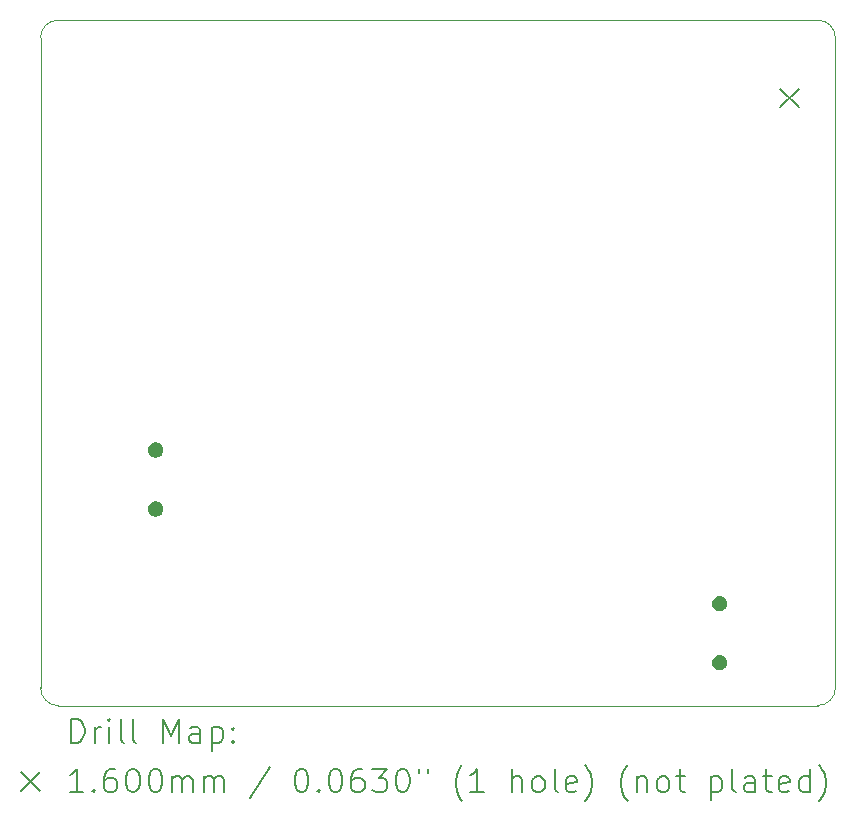
<source format=gbr>
%TF.GenerationSoftware,KiCad,Pcbnew,9.0.3*%
%TF.CreationDate,2025-08-11T22:09:38-04:00*%
%TF.ProjectId,Class D Amplifier,436c6173-7320-4442-9041-6d706c696669,rev?*%
%TF.SameCoordinates,Original*%
%TF.FileFunction,Drillmap*%
%TF.FilePolarity,Positive*%
%FSLAX45Y45*%
G04 Gerber Fmt 4.5, Leading zero omitted, Abs format (unit mm)*
G04 Created by KiCad (PCBNEW 9.0.3) date 2025-08-11 22:09:38*
%MOMM*%
%LPD*%
G01*
G04 APERTURE LIST*
%ADD10C,0.050000*%
%ADD11C,0.000000*%
%ADD12C,0.200000*%
%ADD13C,0.160000*%
G04 APERTURE END LIST*
D10*
X3480000Y-9733934D02*
G75*
G02*
X3329996Y-9583934I0J150004D01*
G01*
X9910000Y-9733930D02*
X3480000Y-9733934D01*
X3480000Y-3930000D02*
X9910000Y-3930000D01*
X9910000Y-3930000D02*
G75*
G02*
X10060000Y-4080000I0J-150000D01*
G01*
X10060000Y-9583930D02*
X10060000Y-4080000D01*
X3330000Y-4080000D02*
G75*
G02*
X3480000Y-3930000I150000J0D01*
G01*
X3330000Y-9583934D02*
X3330000Y-4080000D01*
X10060000Y-9583934D02*
G75*
G02*
X9910000Y-9733930I-150000J4D01*
G01*
D11*
G36*
X4323869Y-7507849D02*
G01*
X4335641Y-7512725D01*
X4346236Y-7519804D01*
X4355246Y-7528814D01*
X4362325Y-7539409D01*
X4367201Y-7551181D01*
X4369687Y-7563679D01*
X4369687Y-7576421D01*
X4367201Y-7588918D01*
X4362325Y-7600691D01*
X4355246Y-7611286D01*
X4346236Y-7620296D01*
X4335641Y-7627375D01*
X4323869Y-7632251D01*
X4311371Y-7634737D01*
X4298629Y-7634737D01*
X4286132Y-7632251D01*
X4274359Y-7627375D01*
X4263764Y-7620296D01*
X4254754Y-7611286D01*
X4247675Y-7600691D01*
X4242799Y-7588918D01*
X4240313Y-7576421D01*
X4240313Y-7563679D01*
X4242799Y-7551181D01*
X4247675Y-7539409D01*
X4254754Y-7528814D01*
X4263764Y-7519804D01*
X4274359Y-7512725D01*
X4286132Y-7507849D01*
X4298629Y-7505363D01*
X4311371Y-7505363D01*
X4323869Y-7507849D01*
G37*
G36*
X4323869Y-8007749D02*
G01*
X4335641Y-8012625D01*
X4346236Y-8019704D01*
X4355246Y-8028714D01*
X4362325Y-8039309D01*
X4367201Y-8051081D01*
X4369687Y-8063579D01*
X4369687Y-8076321D01*
X4367201Y-8088818D01*
X4362325Y-8100591D01*
X4355246Y-8111186D01*
X4346236Y-8120196D01*
X4335641Y-8127275D01*
X4323869Y-8132151D01*
X4311371Y-8134637D01*
X4298629Y-8134637D01*
X4286132Y-8132151D01*
X4274359Y-8127275D01*
X4263764Y-8120196D01*
X4254754Y-8111186D01*
X4247675Y-8100591D01*
X4242799Y-8088818D01*
X4240313Y-8076321D01*
X4240313Y-8063579D01*
X4242799Y-8051081D01*
X4247675Y-8039309D01*
X4254754Y-8028714D01*
X4263764Y-8019704D01*
X4274359Y-8012625D01*
X4286132Y-8007749D01*
X4298629Y-8005263D01*
X4311371Y-8005263D01*
X4323869Y-8007749D01*
G37*
G36*
X9098869Y-8807849D02*
G01*
X9110641Y-8812725D01*
X9121236Y-8819804D01*
X9130246Y-8828814D01*
X9137325Y-8839409D01*
X9142201Y-8851182D01*
X9144687Y-8863679D01*
X9144687Y-8876421D01*
X9142201Y-8888919D01*
X9137325Y-8900691D01*
X9130246Y-8911286D01*
X9121236Y-8920296D01*
X9110641Y-8927375D01*
X9098869Y-8932251D01*
X9086371Y-8934737D01*
X9073629Y-8934737D01*
X9061132Y-8932251D01*
X9049359Y-8927375D01*
X9038764Y-8920296D01*
X9029754Y-8911286D01*
X9022675Y-8900691D01*
X9017799Y-8888919D01*
X9015313Y-8876421D01*
X9015313Y-8863679D01*
X9017799Y-8851182D01*
X9022675Y-8839409D01*
X9029754Y-8828814D01*
X9038764Y-8819804D01*
X9049359Y-8812725D01*
X9061132Y-8807849D01*
X9073629Y-8805363D01*
X9086371Y-8805363D01*
X9098869Y-8807849D01*
G37*
G36*
X9098869Y-9307749D02*
G01*
X9110641Y-9312625D01*
X9121236Y-9319704D01*
X9130246Y-9328714D01*
X9137325Y-9339309D01*
X9142201Y-9351082D01*
X9144687Y-9363579D01*
X9144687Y-9376321D01*
X9142201Y-9388819D01*
X9137325Y-9400591D01*
X9130246Y-9411186D01*
X9121236Y-9420196D01*
X9110641Y-9427275D01*
X9098869Y-9432151D01*
X9086371Y-9434637D01*
X9073629Y-9434637D01*
X9061132Y-9432151D01*
X9049359Y-9427275D01*
X9038764Y-9420196D01*
X9029754Y-9411186D01*
X9022675Y-9400591D01*
X9017799Y-9388819D01*
X9015313Y-9376321D01*
X9015313Y-9363579D01*
X9017799Y-9351082D01*
X9022675Y-9339309D01*
X9029754Y-9328714D01*
X9038764Y-9319704D01*
X9049359Y-9312625D01*
X9061132Y-9307749D01*
X9073629Y-9305263D01*
X9086371Y-9305263D01*
X9098869Y-9307749D01*
G37*
D12*
D13*
X9590000Y-4510000D02*
X9750000Y-4670000D01*
X9750000Y-4510000D02*
X9590000Y-4670000D01*
D12*
X3588277Y-10047918D02*
X3588277Y-9847918D01*
X3588277Y-9847918D02*
X3635896Y-9847918D01*
X3635896Y-9847918D02*
X3664467Y-9857442D01*
X3664467Y-9857442D02*
X3683515Y-9876489D01*
X3683515Y-9876489D02*
X3693039Y-9895537D01*
X3693039Y-9895537D02*
X3702562Y-9933632D01*
X3702562Y-9933632D02*
X3702562Y-9962204D01*
X3702562Y-9962204D02*
X3693039Y-10000299D01*
X3693039Y-10000299D02*
X3683515Y-10019346D01*
X3683515Y-10019346D02*
X3664467Y-10038394D01*
X3664467Y-10038394D02*
X3635896Y-10047918D01*
X3635896Y-10047918D02*
X3588277Y-10047918D01*
X3788277Y-10047918D02*
X3788277Y-9914584D01*
X3788277Y-9952680D02*
X3797801Y-9933632D01*
X3797801Y-9933632D02*
X3807324Y-9924108D01*
X3807324Y-9924108D02*
X3826372Y-9914584D01*
X3826372Y-9914584D02*
X3845420Y-9914584D01*
X3912086Y-10047918D02*
X3912086Y-9914584D01*
X3912086Y-9847918D02*
X3902562Y-9857442D01*
X3902562Y-9857442D02*
X3912086Y-9866965D01*
X3912086Y-9866965D02*
X3921610Y-9857442D01*
X3921610Y-9857442D02*
X3912086Y-9847918D01*
X3912086Y-9847918D02*
X3912086Y-9866965D01*
X4035896Y-10047918D02*
X4016848Y-10038394D01*
X4016848Y-10038394D02*
X4007324Y-10019346D01*
X4007324Y-10019346D02*
X4007324Y-9847918D01*
X4140658Y-10047918D02*
X4121610Y-10038394D01*
X4121610Y-10038394D02*
X4112086Y-10019346D01*
X4112086Y-10019346D02*
X4112086Y-9847918D01*
X4369229Y-10047918D02*
X4369229Y-9847918D01*
X4369229Y-9847918D02*
X4435896Y-9990775D01*
X4435896Y-9990775D02*
X4502563Y-9847918D01*
X4502563Y-9847918D02*
X4502563Y-10047918D01*
X4683515Y-10047918D02*
X4683515Y-9943156D01*
X4683515Y-9943156D02*
X4673991Y-9924108D01*
X4673991Y-9924108D02*
X4654944Y-9914584D01*
X4654944Y-9914584D02*
X4616848Y-9914584D01*
X4616848Y-9914584D02*
X4597801Y-9924108D01*
X4683515Y-10038394D02*
X4664467Y-10047918D01*
X4664467Y-10047918D02*
X4616848Y-10047918D01*
X4616848Y-10047918D02*
X4597801Y-10038394D01*
X4597801Y-10038394D02*
X4588277Y-10019346D01*
X4588277Y-10019346D02*
X4588277Y-10000299D01*
X4588277Y-10000299D02*
X4597801Y-9981251D01*
X4597801Y-9981251D02*
X4616848Y-9971727D01*
X4616848Y-9971727D02*
X4664467Y-9971727D01*
X4664467Y-9971727D02*
X4683515Y-9962204D01*
X4778753Y-9914584D02*
X4778753Y-10114584D01*
X4778753Y-9924108D02*
X4797801Y-9914584D01*
X4797801Y-9914584D02*
X4835896Y-9914584D01*
X4835896Y-9914584D02*
X4854944Y-9924108D01*
X4854944Y-9924108D02*
X4864467Y-9933632D01*
X4864467Y-9933632D02*
X4873991Y-9952680D01*
X4873991Y-9952680D02*
X4873991Y-10009823D01*
X4873991Y-10009823D02*
X4864467Y-10028870D01*
X4864467Y-10028870D02*
X4854944Y-10038394D01*
X4854944Y-10038394D02*
X4835896Y-10047918D01*
X4835896Y-10047918D02*
X4797801Y-10047918D01*
X4797801Y-10047918D02*
X4778753Y-10038394D01*
X4959705Y-10028870D02*
X4969229Y-10038394D01*
X4969229Y-10038394D02*
X4959705Y-10047918D01*
X4959705Y-10047918D02*
X4950182Y-10038394D01*
X4950182Y-10038394D02*
X4959705Y-10028870D01*
X4959705Y-10028870D02*
X4959705Y-10047918D01*
X4959705Y-9924108D02*
X4969229Y-9933632D01*
X4969229Y-9933632D02*
X4959705Y-9943156D01*
X4959705Y-9943156D02*
X4950182Y-9933632D01*
X4950182Y-9933632D02*
X4959705Y-9924108D01*
X4959705Y-9924108D02*
X4959705Y-9943156D01*
D13*
X3167500Y-10296434D02*
X3327500Y-10456434D01*
X3327500Y-10296434D02*
X3167500Y-10456434D01*
D12*
X3693039Y-10467918D02*
X3578753Y-10467918D01*
X3635896Y-10467918D02*
X3635896Y-10267918D01*
X3635896Y-10267918D02*
X3616848Y-10296489D01*
X3616848Y-10296489D02*
X3597801Y-10315537D01*
X3597801Y-10315537D02*
X3578753Y-10325061D01*
X3778753Y-10448870D02*
X3788277Y-10458394D01*
X3788277Y-10458394D02*
X3778753Y-10467918D01*
X3778753Y-10467918D02*
X3769229Y-10458394D01*
X3769229Y-10458394D02*
X3778753Y-10448870D01*
X3778753Y-10448870D02*
X3778753Y-10467918D01*
X3959705Y-10267918D02*
X3921610Y-10267918D01*
X3921610Y-10267918D02*
X3902562Y-10277442D01*
X3902562Y-10277442D02*
X3893039Y-10286965D01*
X3893039Y-10286965D02*
X3873991Y-10315537D01*
X3873991Y-10315537D02*
X3864467Y-10353632D01*
X3864467Y-10353632D02*
X3864467Y-10429823D01*
X3864467Y-10429823D02*
X3873991Y-10448870D01*
X3873991Y-10448870D02*
X3883515Y-10458394D01*
X3883515Y-10458394D02*
X3902562Y-10467918D01*
X3902562Y-10467918D02*
X3940658Y-10467918D01*
X3940658Y-10467918D02*
X3959705Y-10458394D01*
X3959705Y-10458394D02*
X3969229Y-10448870D01*
X3969229Y-10448870D02*
X3978753Y-10429823D01*
X3978753Y-10429823D02*
X3978753Y-10382204D01*
X3978753Y-10382204D02*
X3969229Y-10363156D01*
X3969229Y-10363156D02*
X3959705Y-10353632D01*
X3959705Y-10353632D02*
X3940658Y-10344108D01*
X3940658Y-10344108D02*
X3902562Y-10344108D01*
X3902562Y-10344108D02*
X3883515Y-10353632D01*
X3883515Y-10353632D02*
X3873991Y-10363156D01*
X3873991Y-10363156D02*
X3864467Y-10382204D01*
X4102562Y-10267918D02*
X4121610Y-10267918D01*
X4121610Y-10267918D02*
X4140658Y-10277442D01*
X4140658Y-10277442D02*
X4150182Y-10286965D01*
X4150182Y-10286965D02*
X4159705Y-10306013D01*
X4159705Y-10306013D02*
X4169229Y-10344108D01*
X4169229Y-10344108D02*
X4169229Y-10391727D01*
X4169229Y-10391727D02*
X4159705Y-10429823D01*
X4159705Y-10429823D02*
X4150182Y-10448870D01*
X4150182Y-10448870D02*
X4140658Y-10458394D01*
X4140658Y-10458394D02*
X4121610Y-10467918D01*
X4121610Y-10467918D02*
X4102562Y-10467918D01*
X4102562Y-10467918D02*
X4083515Y-10458394D01*
X4083515Y-10458394D02*
X4073991Y-10448870D01*
X4073991Y-10448870D02*
X4064467Y-10429823D01*
X4064467Y-10429823D02*
X4054943Y-10391727D01*
X4054943Y-10391727D02*
X4054943Y-10344108D01*
X4054943Y-10344108D02*
X4064467Y-10306013D01*
X4064467Y-10306013D02*
X4073991Y-10286965D01*
X4073991Y-10286965D02*
X4083515Y-10277442D01*
X4083515Y-10277442D02*
X4102562Y-10267918D01*
X4293039Y-10267918D02*
X4312086Y-10267918D01*
X4312086Y-10267918D02*
X4331134Y-10277442D01*
X4331134Y-10277442D02*
X4340658Y-10286965D01*
X4340658Y-10286965D02*
X4350182Y-10306013D01*
X4350182Y-10306013D02*
X4359705Y-10344108D01*
X4359705Y-10344108D02*
X4359705Y-10391727D01*
X4359705Y-10391727D02*
X4350182Y-10429823D01*
X4350182Y-10429823D02*
X4340658Y-10448870D01*
X4340658Y-10448870D02*
X4331134Y-10458394D01*
X4331134Y-10458394D02*
X4312086Y-10467918D01*
X4312086Y-10467918D02*
X4293039Y-10467918D01*
X4293039Y-10467918D02*
X4273991Y-10458394D01*
X4273991Y-10458394D02*
X4264467Y-10448870D01*
X4264467Y-10448870D02*
X4254944Y-10429823D01*
X4254944Y-10429823D02*
X4245420Y-10391727D01*
X4245420Y-10391727D02*
X4245420Y-10344108D01*
X4245420Y-10344108D02*
X4254944Y-10306013D01*
X4254944Y-10306013D02*
X4264467Y-10286965D01*
X4264467Y-10286965D02*
X4273991Y-10277442D01*
X4273991Y-10277442D02*
X4293039Y-10267918D01*
X4445420Y-10467918D02*
X4445420Y-10334584D01*
X4445420Y-10353632D02*
X4454944Y-10344108D01*
X4454944Y-10344108D02*
X4473991Y-10334584D01*
X4473991Y-10334584D02*
X4502563Y-10334584D01*
X4502563Y-10334584D02*
X4521610Y-10344108D01*
X4521610Y-10344108D02*
X4531134Y-10363156D01*
X4531134Y-10363156D02*
X4531134Y-10467918D01*
X4531134Y-10363156D02*
X4540658Y-10344108D01*
X4540658Y-10344108D02*
X4559705Y-10334584D01*
X4559705Y-10334584D02*
X4588277Y-10334584D01*
X4588277Y-10334584D02*
X4607325Y-10344108D01*
X4607325Y-10344108D02*
X4616848Y-10363156D01*
X4616848Y-10363156D02*
X4616848Y-10467918D01*
X4712086Y-10467918D02*
X4712086Y-10334584D01*
X4712086Y-10353632D02*
X4721610Y-10344108D01*
X4721610Y-10344108D02*
X4740658Y-10334584D01*
X4740658Y-10334584D02*
X4769229Y-10334584D01*
X4769229Y-10334584D02*
X4788277Y-10344108D01*
X4788277Y-10344108D02*
X4797801Y-10363156D01*
X4797801Y-10363156D02*
X4797801Y-10467918D01*
X4797801Y-10363156D02*
X4807325Y-10344108D01*
X4807325Y-10344108D02*
X4826372Y-10334584D01*
X4826372Y-10334584D02*
X4854944Y-10334584D01*
X4854944Y-10334584D02*
X4873991Y-10344108D01*
X4873991Y-10344108D02*
X4883515Y-10363156D01*
X4883515Y-10363156D02*
X4883515Y-10467918D01*
X5273991Y-10258394D02*
X5102563Y-10515537D01*
X5531134Y-10267918D02*
X5550182Y-10267918D01*
X5550182Y-10267918D02*
X5569229Y-10277442D01*
X5569229Y-10277442D02*
X5578753Y-10286965D01*
X5578753Y-10286965D02*
X5588277Y-10306013D01*
X5588277Y-10306013D02*
X5597801Y-10344108D01*
X5597801Y-10344108D02*
X5597801Y-10391727D01*
X5597801Y-10391727D02*
X5588277Y-10429823D01*
X5588277Y-10429823D02*
X5578753Y-10448870D01*
X5578753Y-10448870D02*
X5569229Y-10458394D01*
X5569229Y-10458394D02*
X5550182Y-10467918D01*
X5550182Y-10467918D02*
X5531134Y-10467918D01*
X5531134Y-10467918D02*
X5512087Y-10458394D01*
X5512087Y-10458394D02*
X5502563Y-10448870D01*
X5502563Y-10448870D02*
X5493039Y-10429823D01*
X5493039Y-10429823D02*
X5483515Y-10391727D01*
X5483515Y-10391727D02*
X5483515Y-10344108D01*
X5483515Y-10344108D02*
X5493039Y-10306013D01*
X5493039Y-10306013D02*
X5502563Y-10286965D01*
X5502563Y-10286965D02*
X5512087Y-10277442D01*
X5512087Y-10277442D02*
X5531134Y-10267918D01*
X5683515Y-10448870D02*
X5693039Y-10458394D01*
X5693039Y-10458394D02*
X5683515Y-10467918D01*
X5683515Y-10467918D02*
X5673991Y-10458394D01*
X5673991Y-10458394D02*
X5683515Y-10448870D01*
X5683515Y-10448870D02*
X5683515Y-10467918D01*
X5816848Y-10267918D02*
X5835896Y-10267918D01*
X5835896Y-10267918D02*
X5854944Y-10277442D01*
X5854944Y-10277442D02*
X5864467Y-10286965D01*
X5864467Y-10286965D02*
X5873991Y-10306013D01*
X5873991Y-10306013D02*
X5883515Y-10344108D01*
X5883515Y-10344108D02*
X5883515Y-10391727D01*
X5883515Y-10391727D02*
X5873991Y-10429823D01*
X5873991Y-10429823D02*
X5864467Y-10448870D01*
X5864467Y-10448870D02*
X5854944Y-10458394D01*
X5854944Y-10458394D02*
X5835896Y-10467918D01*
X5835896Y-10467918D02*
X5816848Y-10467918D01*
X5816848Y-10467918D02*
X5797801Y-10458394D01*
X5797801Y-10458394D02*
X5788277Y-10448870D01*
X5788277Y-10448870D02*
X5778753Y-10429823D01*
X5778753Y-10429823D02*
X5769229Y-10391727D01*
X5769229Y-10391727D02*
X5769229Y-10344108D01*
X5769229Y-10344108D02*
X5778753Y-10306013D01*
X5778753Y-10306013D02*
X5788277Y-10286965D01*
X5788277Y-10286965D02*
X5797801Y-10277442D01*
X5797801Y-10277442D02*
X5816848Y-10267918D01*
X6054944Y-10267918D02*
X6016848Y-10267918D01*
X6016848Y-10267918D02*
X5997801Y-10277442D01*
X5997801Y-10277442D02*
X5988277Y-10286965D01*
X5988277Y-10286965D02*
X5969229Y-10315537D01*
X5969229Y-10315537D02*
X5959706Y-10353632D01*
X5959706Y-10353632D02*
X5959706Y-10429823D01*
X5959706Y-10429823D02*
X5969229Y-10448870D01*
X5969229Y-10448870D02*
X5978753Y-10458394D01*
X5978753Y-10458394D02*
X5997801Y-10467918D01*
X5997801Y-10467918D02*
X6035896Y-10467918D01*
X6035896Y-10467918D02*
X6054944Y-10458394D01*
X6054944Y-10458394D02*
X6064467Y-10448870D01*
X6064467Y-10448870D02*
X6073991Y-10429823D01*
X6073991Y-10429823D02*
X6073991Y-10382204D01*
X6073991Y-10382204D02*
X6064467Y-10363156D01*
X6064467Y-10363156D02*
X6054944Y-10353632D01*
X6054944Y-10353632D02*
X6035896Y-10344108D01*
X6035896Y-10344108D02*
X5997801Y-10344108D01*
X5997801Y-10344108D02*
X5978753Y-10353632D01*
X5978753Y-10353632D02*
X5969229Y-10363156D01*
X5969229Y-10363156D02*
X5959706Y-10382204D01*
X6140658Y-10267918D02*
X6264467Y-10267918D01*
X6264467Y-10267918D02*
X6197801Y-10344108D01*
X6197801Y-10344108D02*
X6226372Y-10344108D01*
X6226372Y-10344108D02*
X6245420Y-10353632D01*
X6245420Y-10353632D02*
X6254944Y-10363156D01*
X6254944Y-10363156D02*
X6264467Y-10382204D01*
X6264467Y-10382204D02*
X6264467Y-10429823D01*
X6264467Y-10429823D02*
X6254944Y-10448870D01*
X6254944Y-10448870D02*
X6245420Y-10458394D01*
X6245420Y-10458394D02*
X6226372Y-10467918D01*
X6226372Y-10467918D02*
X6169229Y-10467918D01*
X6169229Y-10467918D02*
X6150182Y-10458394D01*
X6150182Y-10458394D02*
X6140658Y-10448870D01*
X6388277Y-10267918D02*
X6407325Y-10267918D01*
X6407325Y-10267918D02*
X6426372Y-10277442D01*
X6426372Y-10277442D02*
X6435896Y-10286965D01*
X6435896Y-10286965D02*
X6445420Y-10306013D01*
X6445420Y-10306013D02*
X6454944Y-10344108D01*
X6454944Y-10344108D02*
X6454944Y-10391727D01*
X6454944Y-10391727D02*
X6445420Y-10429823D01*
X6445420Y-10429823D02*
X6435896Y-10448870D01*
X6435896Y-10448870D02*
X6426372Y-10458394D01*
X6426372Y-10458394D02*
X6407325Y-10467918D01*
X6407325Y-10467918D02*
X6388277Y-10467918D01*
X6388277Y-10467918D02*
X6369229Y-10458394D01*
X6369229Y-10458394D02*
X6359706Y-10448870D01*
X6359706Y-10448870D02*
X6350182Y-10429823D01*
X6350182Y-10429823D02*
X6340658Y-10391727D01*
X6340658Y-10391727D02*
X6340658Y-10344108D01*
X6340658Y-10344108D02*
X6350182Y-10306013D01*
X6350182Y-10306013D02*
X6359706Y-10286965D01*
X6359706Y-10286965D02*
X6369229Y-10277442D01*
X6369229Y-10277442D02*
X6388277Y-10267918D01*
X6531134Y-10267918D02*
X6531134Y-10306013D01*
X6607325Y-10267918D02*
X6607325Y-10306013D01*
X6902563Y-10544108D02*
X6893039Y-10534584D01*
X6893039Y-10534584D02*
X6873991Y-10506013D01*
X6873991Y-10506013D02*
X6864468Y-10486965D01*
X6864468Y-10486965D02*
X6854944Y-10458394D01*
X6854944Y-10458394D02*
X6845420Y-10410775D01*
X6845420Y-10410775D02*
X6845420Y-10372680D01*
X6845420Y-10372680D02*
X6854944Y-10325061D01*
X6854944Y-10325061D02*
X6864468Y-10296489D01*
X6864468Y-10296489D02*
X6873991Y-10277442D01*
X6873991Y-10277442D02*
X6893039Y-10248870D01*
X6893039Y-10248870D02*
X6902563Y-10239346D01*
X7083515Y-10467918D02*
X6969229Y-10467918D01*
X7026372Y-10467918D02*
X7026372Y-10267918D01*
X7026372Y-10267918D02*
X7007325Y-10296489D01*
X7007325Y-10296489D02*
X6988277Y-10315537D01*
X6988277Y-10315537D02*
X6969229Y-10325061D01*
X7321610Y-10467918D02*
X7321610Y-10267918D01*
X7407325Y-10467918D02*
X7407325Y-10363156D01*
X7407325Y-10363156D02*
X7397801Y-10344108D01*
X7397801Y-10344108D02*
X7378753Y-10334584D01*
X7378753Y-10334584D02*
X7350182Y-10334584D01*
X7350182Y-10334584D02*
X7331134Y-10344108D01*
X7331134Y-10344108D02*
X7321610Y-10353632D01*
X7531134Y-10467918D02*
X7512087Y-10458394D01*
X7512087Y-10458394D02*
X7502563Y-10448870D01*
X7502563Y-10448870D02*
X7493039Y-10429823D01*
X7493039Y-10429823D02*
X7493039Y-10372680D01*
X7493039Y-10372680D02*
X7502563Y-10353632D01*
X7502563Y-10353632D02*
X7512087Y-10344108D01*
X7512087Y-10344108D02*
X7531134Y-10334584D01*
X7531134Y-10334584D02*
X7559706Y-10334584D01*
X7559706Y-10334584D02*
X7578753Y-10344108D01*
X7578753Y-10344108D02*
X7588277Y-10353632D01*
X7588277Y-10353632D02*
X7597801Y-10372680D01*
X7597801Y-10372680D02*
X7597801Y-10429823D01*
X7597801Y-10429823D02*
X7588277Y-10448870D01*
X7588277Y-10448870D02*
X7578753Y-10458394D01*
X7578753Y-10458394D02*
X7559706Y-10467918D01*
X7559706Y-10467918D02*
X7531134Y-10467918D01*
X7712087Y-10467918D02*
X7693039Y-10458394D01*
X7693039Y-10458394D02*
X7683515Y-10439346D01*
X7683515Y-10439346D02*
X7683515Y-10267918D01*
X7864468Y-10458394D02*
X7845420Y-10467918D01*
X7845420Y-10467918D02*
X7807325Y-10467918D01*
X7807325Y-10467918D02*
X7788277Y-10458394D01*
X7788277Y-10458394D02*
X7778753Y-10439346D01*
X7778753Y-10439346D02*
X7778753Y-10363156D01*
X7778753Y-10363156D02*
X7788277Y-10344108D01*
X7788277Y-10344108D02*
X7807325Y-10334584D01*
X7807325Y-10334584D02*
X7845420Y-10334584D01*
X7845420Y-10334584D02*
X7864468Y-10344108D01*
X7864468Y-10344108D02*
X7873991Y-10363156D01*
X7873991Y-10363156D02*
X7873991Y-10382204D01*
X7873991Y-10382204D02*
X7778753Y-10401251D01*
X7940658Y-10544108D02*
X7950182Y-10534584D01*
X7950182Y-10534584D02*
X7969230Y-10506013D01*
X7969230Y-10506013D02*
X7978753Y-10486965D01*
X7978753Y-10486965D02*
X7988277Y-10458394D01*
X7988277Y-10458394D02*
X7997801Y-10410775D01*
X7997801Y-10410775D02*
X7997801Y-10372680D01*
X7997801Y-10372680D02*
X7988277Y-10325061D01*
X7988277Y-10325061D02*
X7978753Y-10296489D01*
X7978753Y-10296489D02*
X7969230Y-10277442D01*
X7969230Y-10277442D02*
X7950182Y-10248870D01*
X7950182Y-10248870D02*
X7940658Y-10239346D01*
X8302563Y-10544108D02*
X8293039Y-10534584D01*
X8293039Y-10534584D02*
X8273991Y-10506013D01*
X8273991Y-10506013D02*
X8264468Y-10486965D01*
X8264468Y-10486965D02*
X8254944Y-10458394D01*
X8254944Y-10458394D02*
X8245420Y-10410775D01*
X8245420Y-10410775D02*
X8245420Y-10372680D01*
X8245420Y-10372680D02*
X8254944Y-10325061D01*
X8254944Y-10325061D02*
X8264468Y-10296489D01*
X8264468Y-10296489D02*
X8273991Y-10277442D01*
X8273991Y-10277442D02*
X8293039Y-10248870D01*
X8293039Y-10248870D02*
X8302563Y-10239346D01*
X8378753Y-10334584D02*
X8378753Y-10467918D01*
X8378753Y-10353632D02*
X8388277Y-10344108D01*
X8388277Y-10344108D02*
X8407325Y-10334584D01*
X8407325Y-10334584D02*
X8435896Y-10334584D01*
X8435896Y-10334584D02*
X8454944Y-10344108D01*
X8454944Y-10344108D02*
X8464468Y-10363156D01*
X8464468Y-10363156D02*
X8464468Y-10467918D01*
X8588277Y-10467918D02*
X8569230Y-10458394D01*
X8569230Y-10458394D02*
X8559706Y-10448870D01*
X8559706Y-10448870D02*
X8550182Y-10429823D01*
X8550182Y-10429823D02*
X8550182Y-10372680D01*
X8550182Y-10372680D02*
X8559706Y-10353632D01*
X8559706Y-10353632D02*
X8569230Y-10344108D01*
X8569230Y-10344108D02*
X8588277Y-10334584D01*
X8588277Y-10334584D02*
X8616849Y-10334584D01*
X8616849Y-10334584D02*
X8635896Y-10344108D01*
X8635896Y-10344108D02*
X8645420Y-10353632D01*
X8645420Y-10353632D02*
X8654944Y-10372680D01*
X8654944Y-10372680D02*
X8654944Y-10429823D01*
X8654944Y-10429823D02*
X8645420Y-10448870D01*
X8645420Y-10448870D02*
X8635896Y-10458394D01*
X8635896Y-10458394D02*
X8616849Y-10467918D01*
X8616849Y-10467918D02*
X8588277Y-10467918D01*
X8712087Y-10334584D02*
X8788277Y-10334584D01*
X8740658Y-10267918D02*
X8740658Y-10439346D01*
X8740658Y-10439346D02*
X8750182Y-10458394D01*
X8750182Y-10458394D02*
X8769230Y-10467918D01*
X8769230Y-10467918D02*
X8788277Y-10467918D01*
X9007325Y-10334584D02*
X9007325Y-10534584D01*
X9007325Y-10344108D02*
X9026373Y-10334584D01*
X9026373Y-10334584D02*
X9064468Y-10334584D01*
X9064468Y-10334584D02*
X9083515Y-10344108D01*
X9083515Y-10344108D02*
X9093039Y-10353632D01*
X9093039Y-10353632D02*
X9102563Y-10372680D01*
X9102563Y-10372680D02*
X9102563Y-10429823D01*
X9102563Y-10429823D02*
X9093039Y-10448870D01*
X9093039Y-10448870D02*
X9083515Y-10458394D01*
X9083515Y-10458394D02*
X9064468Y-10467918D01*
X9064468Y-10467918D02*
X9026373Y-10467918D01*
X9026373Y-10467918D02*
X9007325Y-10458394D01*
X9216849Y-10467918D02*
X9197801Y-10458394D01*
X9197801Y-10458394D02*
X9188277Y-10439346D01*
X9188277Y-10439346D02*
X9188277Y-10267918D01*
X9378754Y-10467918D02*
X9378754Y-10363156D01*
X9378754Y-10363156D02*
X9369230Y-10344108D01*
X9369230Y-10344108D02*
X9350182Y-10334584D01*
X9350182Y-10334584D02*
X9312087Y-10334584D01*
X9312087Y-10334584D02*
X9293039Y-10344108D01*
X9378754Y-10458394D02*
X9359706Y-10467918D01*
X9359706Y-10467918D02*
X9312087Y-10467918D01*
X9312087Y-10467918D02*
X9293039Y-10458394D01*
X9293039Y-10458394D02*
X9283515Y-10439346D01*
X9283515Y-10439346D02*
X9283515Y-10420299D01*
X9283515Y-10420299D02*
X9293039Y-10401251D01*
X9293039Y-10401251D02*
X9312087Y-10391727D01*
X9312087Y-10391727D02*
X9359706Y-10391727D01*
X9359706Y-10391727D02*
X9378754Y-10382204D01*
X9445420Y-10334584D02*
X9521611Y-10334584D01*
X9473992Y-10267918D02*
X9473992Y-10439346D01*
X9473992Y-10439346D02*
X9483515Y-10458394D01*
X9483515Y-10458394D02*
X9502563Y-10467918D01*
X9502563Y-10467918D02*
X9521611Y-10467918D01*
X9664468Y-10458394D02*
X9645420Y-10467918D01*
X9645420Y-10467918D02*
X9607325Y-10467918D01*
X9607325Y-10467918D02*
X9588277Y-10458394D01*
X9588277Y-10458394D02*
X9578754Y-10439346D01*
X9578754Y-10439346D02*
X9578754Y-10363156D01*
X9578754Y-10363156D02*
X9588277Y-10344108D01*
X9588277Y-10344108D02*
X9607325Y-10334584D01*
X9607325Y-10334584D02*
X9645420Y-10334584D01*
X9645420Y-10334584D02*
X9664468Y-10344108D01*
X9664468Y-10344108D02*
X9673992Y-10363156D01*
X9673992Y-10363156D02*
X9673992Y-10382204D01*
X9673992Y-10382204D02*
X9578754Y-10401251D01*
X9845420Y-10467918D02*
X9845420Y-10267918D01*
X9845420Y-10458394D02*
X9826373Y-10467918D01*
X9826373Y-10467918D02*
X9788277Y-10467918D01*
X9788277Y-10467918D02*
X9769230Y-10458394D01*
X9769230Y-10458394D02*
X9759706Y-10448870D01*
X9759706Y-10448870D02*
X9750182Y-10429823D01*
X9750182Y-10429823D02*
X9750182Y-10372680D01*
X9750182Y-10372680D02*
X9759706Y-10353632D01*
X9759706Y-10353632D02*
X9769230Y-10344108D01*
X9769230Y-10344108D02*
X9788277Y-10334584D01*
X9788277Y-10334584D02*
X9826373Y-10334584D01*
X9826373Y-10334584D02*
X9845420Y-10344108D01*
X9921611Y-10544108D02*
X9931135Y-10534584D01*
X9931135Y-10534584D02*
X9950182Y-10506013D01*
X9950182Y-10506013D02*
X9959706Y-10486965D01*
X9959706Y-10486965D02*
X9969230Y-10458394D01*
X9969230Y-10458394D02*
X9978754Y-10410775D01*
X9978754Y-10410775D02*
X9978754Y-10372680D01*
X9978754Y-10372680D02*
X9969230Y-10325061D01*
X9969230Y-10325061D02*
X9959706Y-10296489D01*
X9959706Y-10296489D02*
X9950182Y-10277442D01*
X9950182Y-10277442D02*
X9931135Y-10248870D01*
X9931135Y-10248870D02*
X9921611Y-10239346D01*
M02*

</source>
